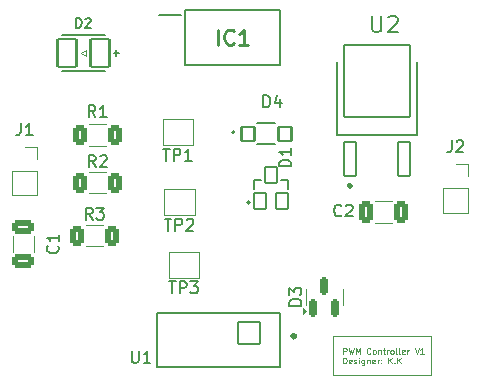
<source format=gbr>
%TF.GenerationSoftware,KiCad,Pcbnew,8.0.1*%
%TF.CreationDate,2024-11-21T22:36:30+00:00*%
%TF.ProjectId,Heating Element,48656174-696e-4672-9045-6c656d656e74,1*%
%TF.SameCoordinates,Original*%
%TF.FileFunction,Legend,Top*%
%TF.FilePolarity,Positive*%
%FSLAX46Y46*%
G04 Gerber Fmt 4.6, Leading zero omitted, Abs format (unit mm)*
G04 Created by KiCad (PCBNEW 8.0.1) date 2024-11-21 22:36:30*
%MOMM*%
%LPD*%
G01*
G04 APERTURE LIST*
G04 Aperture macros list*
%AMRoundRect*
0 Rectangle with rounded corners*
0 $1 Rounding radius*
0 $2 $3 $4 $5 $6 $7 $8 $9 X,Y pos of 4 corners*
0 Add a 4 corners polygon primitive as box body*
4,1,4,$2,$3,$4,$5,$6,$7,$8,$9,$2,$3,0*
0 Add four circle primitives for the rounded corners*
1,1,$1+$1,$2,$3*
1,1,$1+$1,$4,$5*
1,1,$1+$1,$6,$7*
1,1,$1+$1,$8,$9*
0 Add four rect primitives between the rounded corners*
20,1,$1+$1,$2,$3,$4,$5,0*
20,1,$1+$1,$4,$5,$6,$7,0*
20,1,$1+$1,$6,$7,$8,$9,0*
20,1,$1+$1,$8,$9,$2,$3,0*%
G04 Aperture macros list end*
%ADD10C,0.100000*%
%ADD11C,0.150000*%
%ADD12C,0.254000*%
%ADD13C,0.120000*%
%ADD14C,0.200000*%
%ADD15C,0.152400*%
%ADD16C,0.127000*%
%ADD17C,0.300000*%
%ADD18C,1.800000*%
%ADD19R,1.350000X1.350000*%
%ADD20O,1.350000X1.350000*%
%ADD21RoundRect,0.250000X0.650000X-0.325000X0.650000X0.325000X-0.650000X0.325000X-0.650000X-0.325000X0*%
%ADD22C,2.200000*%
%ADD23RoundRect,0.102000X-0.800000X-1.200000X0.800000X-1.200000X0.800000X1.200000X-0.800000X1.200000X0*%
%ADD24RoundRect,0.250000X-0.312500X-0.625000X0.312500X-0.625000X0.312500X0.625000X-0.312500X0.625000X0*%
%ADD25RoundRect,0.102000X0.500000X-0.700000X0.500000X0.700000X-0.500000X0.700000X-0.500000X-0.700000X0*%
%ADD26R,1.850000X0.650000*%
%ADD27RoundRect,0.102000X0.955000X0.955000X-0.955000X0.955000X-0.955000X-0.955000X0.955000X-0.955000X0*%
%ADD28C,2.114000*%
%ADD29RoundRect,0.102000X-0.485000X-1.415000X0.485000X-1.415000X0.485000X1.415000X-0.485000X1.415000X0*%
%ADD30RoundRect,0.102000X-2.815000X-3.045000X2.815000X-3.045000X2.815000X3.045000X-2.815000X3.045000X0*%
%ADD31RoundRect,0.250000X-0.325000X-0.650000X0.325000X-0.650000X0.325000X0.650000X-0.325000X0.650000X0*%
%ADD32RoundRect,0.102000X-0.555000X-0.610000X0.555000X-0.610000X0.555000X0.610000X-0.555000X0.610000X0*%
%ADD33RoundRect,0.150000X0.150000X-0.587500X0.150000X0.587500X-0.150000X0.587500X-0.150000X-0.587500X0*%
G04 APERTURE END LIST*
D10*
X125702400Y-109650000D02*
X133997600Y-109650000D01*
X133997600Y-112964800D01*
X125702400Y-112964800D01*
X125702400Y-109650000D01*
X126529636Y-111166237D02*
X126529636Y-110666237D01*
X126529636Y-110666237D02*
X126720112Y-110666237D01*
X126720112Y-110666237D02*
X126767731Y-110690047D01*
X126767731Y-110690047D02*
X126791541Y-110713856D01*
X126791541Y-110713856D02*
X126815350Y-110761475D01*
X126815350Y-110761475D02*
X126815350Y-110832904D01*
X126815350Y-110832904D02*
X126791541Y-110880523D01*
X126791541Y-110880523D02*
X126767731Y-110904332D01*
X126767731Y-110904332D02*
X126720112Y-110928142D01*
X126720112Y-110928142D02*
X126529636Y-110928142D01*
X126982017Y-110666237D02*
X127101065Y-111166237D01*
X127101065Y-111166237D02*
X127196303Y-110809094D01*
X127196303Y-110809094D02*
X127291541Y-111166237D01*
X127291541Y-111166237D02*
X127410589Y-110666237D01*
X127601065Y-111166237D02*
X127601065Y-110666237D01*
X127601065Y-110666237D02*
X127767732Y-111023380D01*
X127767732Y-111023380D02*
X127934398Y-110666237D01*
X127934398Y-110666237D02*
X127934398Y-111166237D01*
X128839160Y-111118618D02*
X128815351Y-111142428D01*
X128815351Y-111142428D02*
X128743922Y-111166237D01*
X128743922Y-111166237D02*
X128696303Y-111166237D01*
X128696303Y-111166237D02*
X128624875Y-111142428D01*
X128624875Y-111142428D02*
X128577256Y-111094808D01*
X128577256Y-111094808D02*
X128553446Y-111047189D01*
X128553446Y-111047189D02*
X128529637Y-110951951D01*
X128529637Y-110951951D02*
X128529637Y-110880523D01*
X128529637Y-110880523D02*
X128553446Y-110785285D01*
X128553446Y-110785285D02*
X128577256Y-110737666D01*
X128577256Y-110737666D02*
X128624875Y-110690047D01*
X128624875Y-110690047D02*
X128696303Y-110666237D01*
X128696303Y-110666237D02*
X128743922Y-110666237D01*
X128743922Y-110666237D02*
X128815351Y-110690047D01*
X128815351Y-110690047D02*
X128839160Y-110713856D01*
X129124875Y-111166237D02*
X129077256Y-111142428D01*
X129077256Y-111142428D02*
X129053446Y-111118618D01*
X129053446Y-111118618D02*
X129029637Y-111070999D01*
X129029637Y-111070999D02*
X129029637Y-110928142D01*
X129029637Y-110928142D02*
X129053446Y-110880523D01*
X129053446Y-110880523D02*
X129077256Y-110856713D01*
X129077256Y-110856713D02*
X129124875Y-110832904D01*
X129124875Y-110832904D02*
X129196303Y-110832904D01*
X129196303Y-110832904D02*
X129243922Y-110856713D01*
X129243922Y-110856713D02*
X129267732Y-110880523D01*
X129267732Y-110880523D02*
X129291541Y-110928142D01*
X129291541Y-110928142D02*
X129291541Y-111070999D01*
X129291541Y-111070999D02*
X129267732Y-111118618D01*
X129267732Y-111118618D02*
X129243922Y-111142428D01*
X129243922Y-111142428D02*
X129196303Y-111166237D01*
X129196303Y-111166237D02*
X129124875Y-111166237D01*
X129505827Y-110832904D02*
X129505827Y-111166237D01*
X129505827Y-110880523D02*
X129529637Y-110856713D01*
X129529637Y-110856713D02*
X129577256Y-110832904D01*
X129577256Y-110832904D02*
X129648684Y-110832904D01*
X129648684Y-110832904D02*
X129696303Y-110856713D01*
X129696303Y-110856713D02*
X129720113Y-110904332D01*
X129720113Y-110904332D02*
X129720113Y-111166237D01*
X129886780Y-110832904D02*
X130077256Y-110832904D01*
X129958208Y-110666237D02*
X129958208Y-111094808D01*
X129958208Y-111094808D02*
X129982018Y-111142428D01*
X129982018Y-111142428D02*
X130029637Y-111166237D01*
X130029637Y-111166237D02*
X130077256Y-111166237D01*
X130243922Y-111166237D02*
X130243922Y-110832904D01*
X130243922Y-110928142D02*
X130267732Y-110880523D01*
X130267732Y-110880523D02*
X130291541Y-110856713D01*
X130291541Y-110856713D02*
X130339160Y-110832904D01*
X130339160Y-110832904D02*
X130386779Y-110832904D01*
X130624875Y-111166237D02*
X130577256Y-111142428D01*
X130577256Y-111142428D02*
X130553446Y-111118618D01*
X130553446Y-111118618D02*
X130529637Y-111070999D01*
X130529637Y-111070999D02*
X130529637Y-110928142D01*
X130529637Y-110928142D02*
X130553446Y-110880523D01*
X130553446Y-110880523D02*
X130577256Y-110856713D01*
X130577256Y-110856713D02*
X130624875Y-110832904D01*
X130624875Y-110832904D02*
X130696303Y-110832904D01*
X130696303Y-110832904D02*
X130743922Y-110856713D01*
X130743922Y-110856713D02*
X130767732Y-110880523D01*
X130767732Y-110880523D02*
X130791541Y-110928142D01*
X130791541Y-110928142D02*
X130791541Y-111070999D01*
X130791541Y-111070999D02*
X130767732Y-111118618D01*
X130767732Y-111118618D02*
X130743922Y-111142428D01*
X130743922Y-111142428D02*
X130696303Y-111166237D01*
X130696303Y-111166237D02*
X130624875Y-111166237D01*
X131077256Y-111166237D02*
X131029637Y-111142428D01*
X131029637Y-111142428D02*
X131005827Y-111094808D01*
X131005827Y-111094808D02*
X131005827Y-110666237D01*
X131339161Y-111166237D02*
X131291542Y-111142428D01*
X131291542Y-111142428D02*
X131267732Y-111094808D01*
X131267732Y-111094808D02*
X131267732Y-110666237D01*
X131720113Y-111142428D02*
X131672494Y-111166237D01*
X131672494Y-111166237D02*
X131577256Y-111166237D01*
X131577256Y-111166237D02*
X131529637Y-111142428D01*
X131529637Y-111142428D02*
X131505828Y-111094808D01*
X131505828Y-111094808D02*
X131505828Y-110904332D01*
X131505828Y-110904332D02*
X131529637Y-110856713D01*
X131529637Y-110856713D02*
X131577256Y-110832904D01*
X131577256Y-110832904D02*
X131672494Y-110832904D01*
X131672494Y-110832904D02*
X131720113Y-110856713D01*
X131720113Y-110856713D02*
X131743923Y-110904332D01*
X131743923Y-110904332D02*
X131743923Y-110951951D01*
X131743923Y-110951951D02*
X131505828Y-110999570D01*
X131958208Y-111166237D02*
X131958208Y-110832904D01*
X131958208Y-110928142D02*
X131982018Y-110880523D01*
X131982018Y-110880523D02*
X132005827Y-110856713D01*
X132005827Y-110856713D02*
X132053446Y-110832904D01*
X132053446Y-110832904D02*
X132101065Y-110832904D01*
X132577256Y-110666237D02*
X132743922Y-111166237D01*
X132743922Y-111166237D02*
X132910589Y-110666237D01*
X133339160Y-111166237D02*
X133053446Y-111166237D01*
X133196303Y-111166237D02*
X133196303Y-110666237D01*
X133196303Y-110666237D02*
X133148684Y-110737666D01*
X133148684Y-110737666D02*
X133101065Y-110785285D01*
X133101065Y-110785285D02*
X133053446Y-110809094D01*
X126529636Y-111971209D02*
X126529636Y-111471209D01*
X126529636Y-111471209D02*
X126648684Y-111471209D01*
X126648684Y-111471209D02*
X126720112Y-111495019D01*
X126720112Y-111495019D02*
X126767731Y-111542638D01*
X126767731Y-111542638D02*
X126791541Y-111590257D01*
X126791541Y-111590257D02*
X126815350Y-111685495D01*
X126815350Y-111685495D02*
X126815350Y-111756923D01*
X126815350Y-111756923D02*
X126791541Y-111852161D01*
X126791541Y-111852161D02*
X126767731Y-111899780D01*
X126767731Y-111899780D02*
X126720112Y-111947400D01*
X126720112Y-111947400D02*
X126648684Y-111971209D01*
X126648684Y-111971209D02*
X126529636Y-111971209D01*
X127220112Y-111947400D02*
X127172493Y-111971209D01*
X127172493Y-111971209D02*
X127077255Y-111971209D01*
X127077255Y-111971209D02*
X127029636Y-111947400D01*
X127029636Y-111947400D02*
X127005827Y-111899780D01*
X127005827Y-111899780D02*
X127005827Y-111709304D01*
X127005827Y-111709304D02*
X127029636Y-111661685D01*
X127029636Y-111661685D02*
X127077255Y-111637876D01*
X127077255Y-111637876D02*
X127172493Y-111637876D01*
X127172493Y-111637876D02*
X127220112Y-111661685D01*
X127220112Y-111661685D02*
X127243922Y-111709304D01*
X127243922Y-111709304D02*
X127243922Y-111756923D01*
X127243922Y-111756923D02*
X127005827Y-111804542D01*
X127434398Y-111947400D02*
X127482017Y-111971209D01*
X127482017Y-111971209D02*
X127577255Y-111971209D01*
X127577255Y-111971209D02*
X127624874Y-111947400D01*
X127624874Y-111947400D02*
X127648683Y-111899780D01*
X127648683Y-111899780D02*
X127648683Y-111875971D01*
X127648683Y-111875971D02*
X127624874Y-111828352D01*
X127624874Y-111828352D02*
X127577255Y-111804542D01*
X127577255Y-111804542D02*
X127505826Y-111804542D01*
X127505826Y-111804542D02*
X127458207Y-111780733D01*
X127458207Y-111780733D02*
X127434398Y-111733114D01*
X127434398Y-111733114D02*
X127434398Y-111709304D01*
X127434398Y-111709304D02*
X127458207Y-111661685D01*
X127458207Y-111661685D02*
X127505826Y-111637876D01*
X127505826Y-111637876D02*
X127577255Y-111637876D01*
X127577255Y-111637876D02*
X127624874Y-111661685D01*
X127862969Y-111971209D02*
X127862969Y-111637876D01*
X127862969Y-111471209D02*
X127839160Y-111495019D01*
X127839160Y-111495019D02*
X127862969Y-111518828D01*
X127862969Y-111518828D02*
X127886779Y-111495019D01*
X127886779Y-111495019D02*
X127862969Y-111471209D01*
X127862969Y-111471209D02*
X127862969Y-111518828D01*
X128315350Y-111637876D02*
X128315350Y-112042638D01*
X128315350Y-112042638D02*
X128291540Y-112090257D01*
X128291540Y-112090257D02*
X128267731Y-112114066D01*
X128267731Y-112114066D02*
X128220112Y-112137876D01*
X128220112Y-112137876D02*
X128148683Y-112137876D01*
X128148683Y-112137876D02*
X128101064Y-112114066D01*
X128315350Y-111947400D02*
X128267731Y-111971209D01*
X128267731Y-111971209D02*
X128172493Y-111971209D01*
X128172493Y-111971209D02*
X128124874Y-111947400D01*
X128124874Y-111947400D02*
X128101064Y-111923590D01*
X128101064Y-111923590D02*
X128077255Y-111875971D01*
X128077255Y-111875971D02*
X128077255Y-111733114D01*
X128077255Y-111733114D02*
X128101064Y-111685495D01*
X128101064Y-111685495D02*
X128124874Y-111661685D01*
X128124874Y-111661685D02*
X128172493Y-111637876D01*
X128172493Y-111637876D02*
X128267731Y-111637876D01*
X128267731Y-111637876D02*
X128315350Y-111661685D01*
X128553445Y-111637876D02*
X128553445Y-111971209D01*
X128553445Y-111685495D02*
X128577255Y-111661685D01*
X128577255Y-111661685D02*
X128624874Y-111637876D01*
X128624874Y-111637876D02*
X128696302Y-111637876D01*
X128696302Y-111637876D02*
X128743921Y-111661685D01*
X128743921Y-111661685D02*
X128767731Y-111709304D01*
X128767731Y-111709304D02*
X128767731Y-111971209D01*
X129196302Y-111947400D02*
X129148683Y-111971209D01*
X129148683Y-111971209D02*
X129053445Y-111971209D01*
X129053445Y-111971209D02*
X129005826Y-111947400D01*
X129005826Y-111947400D02*
X128982017Y-111899780D01*
X128982017Y-111899780D02*
X128982017Y-111709304D01*
X128982017Y-111709304D02*
X129005826Y-111661685D01*
X129005826Y-111661685D02*
X129053445Y-111637876D01*
X129053445Y-111637876D02*
X129148683Y-111637876D01*
X129148683Y-111637876D02*
X129196302Y-111661685D01*
X129196302Y-111661685D02*
X129220112Y-111709304D01*
X129220112Y-111709304D02*
X129220112Y-111756923D01*
X129220112Y-111756923D02*
X128982017Y-111804542D01*
X129434397Y-111971209D02*
X129434397Y-111637876D01*
X129434397Y-111733114D02*
X129458207Y-111685495D01*
X129458207Y-111685495D02*
X129482016Y-111661685D01*
X129482016Y-111661685D02*
X129529635Y-111637876D01*
X129529635Y-111637876D02*
X129577254Y-111637876D01*
X129743921Y-111923590D02*
X129767731Y-111947400D01*
X129767731Y-111947400D02*
X129743921Y-111971209D01*
X129743921Y-111971209D02*
X129720112Y-111947400D01*
X129720112Y-111947400D02*
X129743921Y-111923590D01*
X129743921Y-111923590D02*
X129743921Y-111971209D01*
X129743921Y-111661685D02*
X129767731Y-111685495D01*
X129767731Y-111685495D02*
X129743921Y-111709304D01*
X129743921Y-111709304D02*
X129720112Y-111685495D01*
X129720112Y-111685495D02*
X129743921Y-111661685D01*
X129743921Y-111661685D02*
X129743921Y-111709304D01*
X130362968Y-111971209D02*
X130362968Y-111471209D01*
X130648682Y-111971209D02*
X130434397Y-111685495D01*
X130648682Y-111471209D02*
X130362968Y-111756923D01*
X130862968Y-111923590D02*
X130886778Y-111947400D01*
X130886778Y-111947400D02*
X130862968Y-111971209D01*
X130862968Y-111971209D02*
X130839159Y-111947400D01*
X130839159Y-111947400D02*
X130862968Y-111923590D01*
X130862968Y-111923590D02*
X130862968Y-111971209D01*
X131101063Y-111971209D02*
X131101063Y-111471209D01*
X131386777Y-111971209D02*
X131172492Y-111685495D01*
X131386777Y-111471209D02*
X131101063Y-111756923D01*
D11*
X111268095Y-93804819D02*
X111839523Y-93804819D01*
X111553809Y-94804819D02*
X111553809Y-93804819D01*
X112172857Y-94804819D02*
X112172857Y-93804819D01*
X112172857Y-93804819D02*
X112553809Y-93804819D01*
X112553809Y-93804819D02*
X112649047Y-93852438D01*
X112649047Y-93852438D02*
X112696666Y-93900057D01*
X112696666Y-93900057D02*
X112744285Y-93995295D01*
X112744285Y-93995295D02*
X112744285Y-94138152D01*
X112744285Y-94138152D02*
X112696666Y-94233390D01*
X112696666Y-94233390D02*
X112649047Y-94281009D01*
X112649047Y-94281009D02*
X112553809Y-94328628D01*
X112553809Y-94328628D02*
X112172857Y-94328628D01*
X113696666Y-94804819D02*
X113125238Y-94804819D01*
X113410952Y-94804819D02*
X113410952Y-93804819D01*
X113410952Y-93804819D02*
X113315714Y-93947676D01*
X113315714Y-93947676D02*
X113220476Y-94042914D01*
X113220476Y-94042914D02*
X113125238Y-94090533D01*
X99226666Y-91634819D02*
X99226666Y-92349104D01*
X99226666Y-92349104D02*
X99179047Y-92491961D01*
X99179047Y-92491961D02*
X99083809Y-92587200D01*
X99083809Y-92587200D02*
X98940952Y-92634819D01*
X98940952Y-92634819D02*
X98845714Y-92634819D01*
X100226666Y-92634819D02*
X99655238Y-92634819D01*
X99940952Y-92634819D02*
X99940952Y-91634819D01*
X99940952Y-91634819D02*
X99845714Y-91777676D01*
X99845714Y-91777676D02*
X99750476Y-91872914D01*
X99750476Y-91872914D02*
X99655238Y-91920533D01*
X102349580Y-102016666D02*
X102397200Y-102064285D01*
X102397200Y-102064285D02*
X102444819Y-102207142D01*
X102444819Y-102207142D02*
X102444819Y-102302380D01*
X102444819Y-102302380D02*
X102397200Y-102445237D01*
X102397200Y-102445237D02*
X102301961Y-102540475D01*
X102301961Y-102540475D02*
X102206723Y-102588094D01*
X102206723Y-102588094D02*
X102016247Y-102635713D01*
X102016247Y-102635713D02*
X101873390Y-102635713D01*
X101873390Y-102635713D02*
X101682914Y-102588094D01*
X101682914Y-102588094D02*
X101587676Y-102540475D01*
X101587676Y-102540475D02*
X101492438Y-102445237D01*
X101492438Y-102445237D02*
X101444819Y-102302380D01*
X101444819Y-102302380D02*
X101444819Y-102207142D01*
X101444819Y-102207142D02*
X101492438Y-102064285D01*
X101492438Y-102064285D02*
X101540057Y-102016666D01*
X102444819Y-101064285D02*
X102444819Y-101635713D01*
X102444819Y-101349999D02*
X101444819Y-101349999D01*
X101444819Y-101349999D02*
X101587676Y-101445237D01*
X101587676Y-101445237D02*
X101682914Y-101540475D01*
X101682914Y-101540475D02*
X101730533Y-101635713D01*
X111788095Y-105024819D02*
X112359523Y-105024819D01*
X112073809Y-106024819D02*
X112073809Y-105024819D01*
X112692857Y-106024819D02*
X112692857Y-105024819D01*
X112692857Y-105024819D02*
X113073809Y-105024819D01*
X113073809Y-105024819D02*
X113169047Y-105072438D01*
X113169047Y-105072438D02*
X113216666Y-105120057D01*
X113216666Y-105120057D02*
X113264285Y-105215295D01*
X113264285Y-105215295D02*
X113264285Y-105358152D01*
X113264285Y-105358152D02*
X113216666Y-105453390D01*
X113216666Y-105453390D02*
X113169047Y-105501009D01*
X113169047Y-105501009D02*
X113073809Y-105548628D01*
X113073809Y-105548628D02*
X112692857Y-105548628D01*
X113597619Y-105024819D02*
X114216666Y-105024819D01*
X114216666Y-105024819D02*
X113883333Y-105405771D01*
X113883333Y-105405771D02*
X114026190Y-105405771D01*
X114026190Y-105405771D02*
X114121428Y-105453390D01*
X114121428Y-105453390D02*
X114169047Y-105501009D01*
X114169047Y-105501009D02*
X114216666Y-105596247D01*
X114216666Y-105596247D02*
X114216666Y-105834342D01*
X114216666Y-105834342D02*
X114169047Y-105929580D01*
X114169047Y-105929580D02*
X114121428Y-105977200D01*
X114121428Y-105977200D02*
X114026190Y-106024819D01*
X114026190Y-106024819D02*
X113740476Y-106024819D01*
X113740476Y-106024819D02*
X113645238Y-105977200D01*
X113645238Y-105977200D02*
X113597619Y-105929580D01*
X103939524Y-83524295D02*
X103939524Y-82724295D01*
X103939524Y-82724295D02*
X104130000Y-82724295D01*
X104130000Y-82724295D02*
X104244286Y-82762390D01*
X104244286Y-82762390D02*
X104320476Y-82838580D01*
X104320476Y-82838580D02*
X104358571Y-82914771D01*
X104358571Y-82914771D02*
X104396667Y-83067152D01*
X104396667Y-83067152D02*
X104396667Y-83181438D01*
X104396667Y-83181438D02*
X104358571Y-83333819D01*
X104358571Y-83333819D02*
X104320476Y-83410009D01*
X104320476Y-83410009D02*
X104244286Y-83486200D01*
X104244286Y-83486200D02*
X104130000Y-83524295D01*
X104130000Y-83524295D02*
X103939524Y-83524295D01*
X104701428Y-82800485D02*
X104739524Y-82762390D01*
X104739524Y-82762390D02*
X104815714Y-82724295D01*
X104815714Y-82724295D02*
X105006190Y-82724295D01*
X105006190Y-82724295D02*
X105082381Y-82762390D01*
X105082381Y-82762390D02*
X105120476Y-82800485D01*
X105120476Y-82800485D02*
X105158571Y-82876676D01*
X105158571Y-82876676D02*
X105158571Y-82952866D01*
X105158571Y-82952866D02*
X105120476Y-83067152D01*
X105120476Y-83067152D02*
X104663333Y-83524295D01*
X104663333Y-83524295D02*
X105158571Y-83524295D01*
X107086190Y-85714466D02*
X107573810Y-85714466D01*
X107330000Y-85958276D02*
X107330000Y-85470657D01*
X105305833Y-99784819D02*
X104972500Y-99308628D01*
X104734405Y-99784819D02*
X104734405Y-98784819D01*
X104734405Y-98784819D02*
X105115357Y-98784819D01*
X105115357Y-98784819D02*
X105210595Y-98832438D01*
X105210595Y-98832438D02*
X105258214Y-98880057D01*
X105258214Y-98880057D02*
X105305833Y-98975295D01*
X105305833Y-98975295D02*
X105305833Y-99118152D01*
X105305833Y-99118152D02*
X105258214Y-99213390D01*
X105258214Y-99213390D02*
X105210595Y-99261009D01*
X105210595Y-99261009D02*
X105115357Y-99308628D01*
X105115357Y-99308628D02*
X104734405Y-99308628D01*
X105639167Y-98784819D02*
X106258214Y-98784819D01*
X106258214Y-98784819D02*
X105924881Y-99165771D01*
X105924881Y-99165771D02*
X106067738Y-99165771D01*
X106067738Y-99165771D02*
X106162976Y-99213390D01*
X106162976Y-99213390D02*
X106210595Y-99261009D01*
X106210595Y-99261009D02*
X106258214Y-99356247D01*
X106258214Y-99356247D02*
X106258214Y-99594342D01*
X106258214Y-99594342D02*
X106210595Y-99689580D01*
X106210595Y-99689580D02*
X106162976Y-99737200D01*
X106162976Y-99737200D02*
X106067738Y-99784819D01*
X106067738Y-99784819D02*
X105782024Y-99784819D01*
X105782024Y-99784819D02*
X105686786Y-99737200D01*
X105686786Y-99737200D02*
X105639167Y-99689580D01*
X122123184Y-95274445D02*
X121121822Y-95274445D01*
X121121822Y-95274445D02*
X121121822Y-95036025D01*
X121121822Y-95036025D02*
X121169506Y-94892974D01*
X121169506Y-94892974D02*
X121264874Y-94797606D01*
X121264874Y-94797606D02*
X121360242Y-94749922D01*
X121360242Y-94749922D02*
X121550978Y-94702238D01*
X121550978Y-94702238D02*
X121694029Y-94702238D01*
X121694029Y-94702238D02*
X121884765Y-94749922D01*
X121884765Y-94749922D02*
X121980133Y-94797606D01*
X121980133Y-94797606D02*
X122075501Y-94892974D01*
X122075501Y-94892974D02*
X122123184Y-95036025D01*
X122123184Y-95036025D02*
X122123184Y-95274445D01*
X122123184Y-93748560D02*
X122123184Y-94320767D01*
X122123184Y-94034663D02*
X121121822Y-94034663D01*
X121121822Y-94034663D02*
X121264874Y-94130031D01*
X121264874Y-94130031D02*
X121360242Y-94225399D01*
X121360242Y-94225399D02*
X121407926Y-94320767D01*
D12*
X115930237Y-84974318D02*
X115930237Y-83704318D01*
X117260714Y-84853365D02*
X117200238Y-84913842D01*
X117200238Y-84913842D02*
X117018809Y-84974318D01*
X117018809Y-84974318D02*
X116897857Y-84974318D01*
X116897857Y-84974318D02*
X116716428Y-84913842D01*
X116716428Y-84913842D02*
X116595476Y-84792889D01*
X116595476Y-84792889D02*
X116534999Y-84671937D01*
X116534999Y-84671937D02*
X116474523Y-84430032D01*
X116474523Y-84430032D02*
X116474523Y-84248603D01*
X116474523Y-84248603D02*
X116534999Y-84006699D01*
X116534999Y-84006699D02*
X116595476Y-83885746D01*
X116595476Y-83885746D02*
X116716428Y-83764794D01*
X116716428Y-83764794D02*
X116897857Y-83704318D01*
X116897857Y-83704318D02*
X117018809Y-83704318D01*
X117018809Y-83704318D02*
X117200238Y-83764794D01*
X117200238Y-83764794D02*
X117260714Y-83825270D01*
X118470238Y-84974318D02*
X117744523Y-84974318D01*
X118107380Y-84974318D02*
X118107380Y-83704318D01*
X118107380Y-83704318D02*
X117986428Y-83885746D01*
X117986428Y-83885746D02*
X117865476Y-84006699D01*
X117865476Y-84006699D02*
X117744523Y-84067175D01*
D11*
X105553333Y-91104819D02*
X105220000Y-90628628D01*
X104981905Y-91104819D02*
X104981905Y-90104819D01*
X104981905Y-90104819D02*
X105362857Y-90104819D01*
X105362857Y-90104819D02*
X105458095Y-90152438D01*
X105458095Y-90152438D02*
X105505714Y-90200057D01*
X105505714Y-90200057D02*
X105553333Y-90295295D01*
X105553333Y-90295295D02*
X105553333Y-90438152D01*
X105553333Y-90438152D02*
X105505714Y-90533390D01*
X105505714Y-90533390D02*
X105458095Y-90581009D01*
X105458095Y-90581009D02*
X105362857Y-90628628D01*
X105362857Y-90628628D02*
X104981905Y-90628628D01*
X106505714Y-91104819D02*
X105934286Y-91104819D01*
X106220000Y-91104819D02*
X106220000Y-90104819D01*
X106220000Y-90104819D02*
X106124762Y-90247676D01*
X106124762Y-90247676D02*
X106029524Y-90342914D01*
X106029524Y-90342914D02*
X105934286Y-90390533D01*
X111418095Y-99714819D02*
X111989523Y-99714819D01*
X111703809Y-100714819D02*
X111703809Y-99714819D01*
X112322857Y-100714819D02*
X112322857Y-99714819D01*
X112322857Y-99714819D02*
X112703809Y-99714819D01*
X112703809Y-99714819D02*
X112799047Y-99762438D01*
X112799047Y-99762438D02*
X112846666Y-99810057D01*
X112846666Y-99810057D02*
X112894285Y-99905295D01*
X112894285Y-99905295D02*
X112894285Y-100048152D01*
X112894285Y-100048152D02*
X112846666Y-100143390D01*
X112846666Y-100143390D02*
X112799047Y-100191009D01*
X112799047Y-100191009D02*
X112703809Y-100238628D01*
X112703809Y-100238628D02*
X112322857Y-100238628D01*
X113275238Y-99810057D02*
X113322857Y-99762438D01*
X113322857Y-99762438D02*
X113418095Y-99714819D01*
X113418095Y-99714819D02*
X113656190Y-99714819D01*
X113656190Y-99714819D02*
X113751428Y-99762438D01*
X113751428Y-99762438D02*
X113799047Y-99810057D01*
X113799047Y-99810057D02*
X113846666Y-99905295D01*
X113846666Y-99905295D02*
X113846666Y-100000533D01*
X113846666Y-100000533D02*
X113799047Y-100143390D01*
X113799047Y-100143390D02*
X113227619Y-100714819D01*
X113227619Y-100714819D02*
X113846666Y-100714819D01*
X108638095Y-110904819D02*
X108638095Y-111714342D01*
X108638095Y-111714342D02*
X108685714Y-111809580D01*
X108685714Y-111809580D02*
X108733333Y-111857200D01*
X108733333Y-111857200D02*
X108828571Y-111904819D01*
X108828571Y-111904819D02*
X109019047Y-111904819D01*
X109019047Y-111904819D02*
X109114285Y-111857200D01*
X109114285Y-111857200D02*
X109161904Y-111809580D01*
X109161904Y-111809580D02*
X109209523Y-111714342D01*
X109209523Y-111714342D02*
X109209523Y-110904819D01*
X110209523Y-111904819D02*
X109638095Y-111904819D01*
X109923809Y-111904819D02*
X109923809Y-110904819D01*
X109923809Y-110904819D02*
X109828571Y-111047676D01*
X109828571Y-111047676D02*
X109733333Y-111142914D01*
X109733333Y-111142914D02*
X109638095Y-111190533D01*
X128955933Y-82526466D02*
X128955933Y-83659800D01*
X128955933Y-83659800D02*
X129022600Y-83793133D01*
X129022600Y-83793133D02*
X129089266Y-83859800D01*
X129089266Y-83859800D02*
X129222600Y-83926466D01*
X129222600Y-83926466D02*
X129489266Y-83926466D01*
X129489266Y-83926466D02*
X129622600Y-83859800D01*
X129622600Y-83859800D02*
X129689266Y-83793133D01*
X129689266Y-83793133D02*
X129755933Y-83659800D01*
X129755933Y-83659800D02*
X129755933Y-82526466D01*
X130355933Y-82659800D02*
X130422600Y-82593133D01*
X130422600Y-82593133D02*
X130555933Y-82526466D01*
X130555933Y-82526466D02*
X130889267Y-82526466D01*
X130889267Y-82526466D02*
X131022600Y-82593133D01*
X131022600Y-82593133D02*
X131089267Y-82659800D01*
X131089267Y-82659800D02*
X131155933Y-82793133D01*
X131155933Y-82793133D02*
X131155933Y-82926466D01*
X131155933Y-82926466D02*
X131089267Y-83126466D01*
X131089267Y-83126466D02*
X130289267Y-83926466D01*
X130289267Y-83926466D02*
X131155933Y-83926466D01*
X126376133Y-99419580D02*
X126328514Y-99467200D01*
X126328514Y-99467200D02*
X126185657Y-99514819D01*
X126185657Y-99514819D02*
X126090419Y-99514819D01*
X126090419Y-99514819D02*
X125947562Y-99467200D01*
X125947562Y-99467200D02*
X125852324Y-99371961D01*
X125852324Y-99371961D02*
X125804705Y-99276723D01*
X125804705Y-99276723D02*
X125757086Y-99086247D01*
X125757086Y-99086247D02*
X125757086Y-98943390D01*
X125757086Y-98943390D02*
X125804705Y-98752914D01*
X125804705Y-98752914D02*
X125852324Y-98657676D01*
X125852324Y-98657676D02*
X125947562Y-98562438D01*
X125947562Y-98562438D02*
X126090419Y-98514819D01*
X126090419Y-98514819D02*
X126185657Y-98514819D01*
X126185657Y-98514819D02*
X126328514Y-98562438D01*
X126328514Y-98562438D02*
X126376133Y-98610057D01*
X126757086Y-98610057D02*
X126804705Y-98562438D01*
X126804705Y-98562438D02*
X126899943Y-98514819D01*
X126899943Y-98514819D02*
X127138038Y-98514819D01*
X127138038Y-98514819D02*
X127233276Y-98562438D01*
X127233276Y-98562438D02*
X127280895Y-98610057D01*
X127280895Y-98610057D02*
X127328514Y-98705295D01*
X127328514Y-98705295D02*
X127328514Y-98800533D01*
X127328514Y-98800533D02*
X127280895Y-98943390D01*
X127280895Y-98943390D02*
X126709467Y-99514819D01*
X126709467Y-99514819D02*
X127328514Y-99514819D01*
X105563333Y-95344819D02*
X105230000Y-94868628D01*
X104991905Y-95344819D02*
X104991905Y-94344819D01*
X104991905Y-94344819D02*
X105372857Y-94344819D01*
X105372857Y-94344819D02*
X105468095Y-94392438D01*
X105468095Y-94392438D02*
X105515714Y-94440057D01*
X105515714Y-94440057D02*
X105563333Y-94535295D01*
X105563333Y-94535295D02*
X105563333Y-94678152D01*
X105563333Y-94678152D02*
X105515714Y-94773390D01*
X105515714Y-94773390D02*
X105468095Y-94821009D01*
X105468095Y-94821009D02*
X105372857Y-94868628D01*
X105372857Y-94868628D02*
X104991905Y-94868628D01*
X105944286Y-94440057D02*
X105991905Y-94392438D01*
X105991905Y-94392438D02*
X106087143Y-94344819D01*
X106087143Y-94344819D02*
X106325238Y-94344819D01*
X106325238Y-94344819D02*
X106420476Y-94392438D01*
X106420476Y-94392438D02*
X106468095Y-94440057D01*
X106468095Y-94440057D02*
X106515714Y-94535295D01*
X106515714Y-94535295D02*
X106515714Y-94630533D01*
X106515714Y-94630533D02*
X106468095Y-94773390D01*
X106468095Y-94773390D02*
X105896667Y-95344819D01*
X105896667Y-95344819D02*
X106515714Y-95344819D01*
X119771305Y-90276619D02*
X119771305Y-89276619D01*
X119771305Y-89276619D02*
X120009400Y-89276619D01*
X120009400Y-89276619D02*
X120152257Y-89324238D01*
X120152257Y-89324238D02*
X120247495Y-89419476D01*
X120247495Y-89419476D02*
X120295114Y-89514714D01*
X120295114Y-89514714D02*
X120342733Y-89705190D01*
X120342733Y-89705190D02*
X120342733Y-89848047D01*
X120342733Y-89848047D02*
X120295114Y-90038523D01*
X120295114Y-90038523D02*
X120247495Y-90133761D01*
X120247495Y-90133761D02*
X120152257Y-90229000D01*
X120152257Y-90229000D02*
X120009400Y-90276619D01*
X120009400Y-90276619D02*
X119771305Y-90276619D01*
X121199876Y-89609952D02*
X121199876Y-90276619D01*
X120961781Y-89229000D02*
X120723686Y-89943285D01*
X120723686Y-89943285D02*
X121342733Y-89943285D01*
X122979819Y-107075594D02*
X121979819Y-107075594D01*
X121979819Y-107075594D02*
X121979819Y-106837499D01*
X121979819Y-106837499D02*
X122027438Y-106694642D01*
X122027438Y-106694642D02*
X122122676Y-106599404D01*
X122122676Y-106599404D02*
X122217914Y-106551785D01*
X122217914Y-106551785D02*
X122408390Y-106504166D01*
X122408390Y-106504166D02*
X122551247Y-106504166D01*
X122551247Y-106504166D02*
X122741723Y-106551785D01*
X122741723Y-106551785D02*
X122836961Y-106599404D01*
X122836961Y-106599404D02*
X122932200Y-106694642D01*
X122932200Y-106694642D02*
X122979819Y-106837499D01*
X122979819Y-106837499D02*
X122979819Y-107075594D01*
X121979819Y-106170832D02*
X121979819Y-105551785D01*
X121979819Y-105551785D02*
X122360771Y-105885118D01*
X122360771Y-105885118D02*
X122360771Y-105742261D01*
X122360771Y-105742261D02*
X122408390Y-105647023D01*
X122408390Y-105647023D02*
X122456009Y-105599404D01*
X122456009Y-105599404D02*
X122551247Y-105551785D01*
X122551247Y-105551785D02*
X122789342Y-105551785D01*
X122789342Y-105551785D02*
X122884580Y-105599404D01*
X122884580Y-105599404D02*
X122932200Y-105647023D01*
X122932200Y-105647023D02*
X122979819Y-105742261D01*
X122979819Y-105742261D02*
X122979819Y-106027975D01*
X122979819Y-106027975D02*
X122932200Y-106123213D01*
X122932200Y-106123213D02*
X122884580Y-106170832D01*
X135709066Y-93084419D02*
X135709066Y-93798704D01*
X135709066Y-93798704D02*
X135661447Y-93941561D01*
X135661447Y-93941561D02*
X135566209Y-94036800D01*
X135566209Y-94036800D02*
X135423352Y-94084419D01*
X135423352Y-94084419D02*
X135328114Y-94084419D01*
X136137638Y-93179657D02*
X136185257Y-93132038D01*
X136185257Y-93132038D02*
X136280495Y-93084419D01*
X136280495Y-93084419D02*
X136518590Y-93084419D01*
X136518590Y-93084419D02*
X136613828Y-93132038D01*
X136613828Y-93132038D02*
X136661447Y-93179657D01*
X136661447Y-93179657D02*
X136709066Y-93274895D01*
X136709066Y-93274895D02*
X136709066Y-93370133D01*
X136709066Y-93370133D02*
X136661447Y-93512990D01*
X136661447Y-93512990D02*
X136090019Y-94084419D01*
X136090019Y-94084419D02*
X136709066Y-94084419D01*
D13*
%TO.C,TP1*%
X111230000Y-91300000D02*
X111230000Y-93000000D01*
X111230000Y-93000000D02*
X111230000Y-93500000D01*
X111230000Y-93500000D02*
X113830000Y-93500000D01*
X113830000Y-91300000D02*
X111230000Y-91300000D01*
X113830000Y-93500000D02*
X113830000Y-91300000D01*
%TO.C,J1*%
X98500000Y-95680000D02*
X98500000Y-97740000D01*
X98500000Y-95680000D02*
X100620000Y-95680000D01*
X98500000Y-97740000D02*
X100620000Y-97740000D01*
X99560000Y-93620000D02*
X100620000Y-93620000D01*
X100620000Y-93620000D02*
X100620000Y-94680000D01*
X100620000Y-95680000D02*
X100620000Y-97740000D01*
%TO.C,C1*%
X98540000Y-102561252D02*
X98540000Y-101138748D01*
X100360000Y-102561252D02*
X100360000Y-101138748D01*
%TO.C,TP3*%
X111750000Y-102520000D02*
X111750000Y-104220000D01*
X111750000Y-104220000D02*
X111750000Y-104720000D01*
X111750000Y-104720000D02*
X114350000Y-104720000D01*
X114350000Y-102520000D02*
X111750000Y-102520000D01*
X114350000Y-104720000D02*
X114350000Y-102520000D01*
D14*
%TO.C,D2*%
X102680000Y-84170000D02*
X106380000Y-84170000D01*
D10*
X104330000Y-85670000D02*
X104730000Y-85420000D01*
X104730000Y-85420000D02*
X104730000Y-85970000D01*
X104730000Y-85970000D02*
X104330000Y-85670000D01*
D14*
X106380000Y-87170000D02*
X102680000Y-87170000D01*
D13*
%TO.C,R3*%
X104745436Y-100240000D02*
X106199564Y-100240000D01*
X104745436Y-102060000D02*
X106199564Y-102060000D01*
D15*
%TO.C,D1*%
X118973600Y-96418400D02*
X119532400Y-96418400D01*
X118973600Y-97231200D02*
X118973600Y-96418400D01*
X121259600Y-96418400D02*
X121818400Y-96418400D01*
X121818400Y-96418400D02*
X121818400Y-97231200D01*
D16*
X118618000Y-98348800D02*
G75*
G02*
X118364000Y-98348800I-127000J0D01*
G01*
X118364000Y-98348800D02*
G75*
G02*
X118618000Y-98348800I127000J0D01*
G01*
D14*
%TO.C,IC1*%
X110920000Y-82455000D02*
X112770000Y-82455000D01*
X113120000Y-82060000D02*
X121220000Y-82060000D01*
X113120000Y-86740000D02*
X113120000Y-82060000D01*
X121220000Y-82060000D02*
X121220000Y-86740000D01*
X121220000Y-86740000D02*
X113120000Y-86740000D01*
D13*
%TO.C,R1*%
X105002936Y-91720000D02*
X106457064Y-91720000D01*
X105002936Y-93540000D02*
X106457064Y-93540000D01*
%TO.C,TP2*%
X111380000Y-97210000D02*
X111380000Y-98910000D01*
X111380000Y-98910000D02*
X111380000Y-99410000D01*
X111380000Y-99410000D02*
X113980000Y-99410000D01*
X113980000Y-97210000D02*
X111380000Y-97210000D01*
X113980000Y-99410000D02*
X113980000Y-97210000D01*
D16*
%TO.C,U1*%
X110800000Y-107660000D02*
X121200000Y-107660000D01*
X110800000Y-112260000D02*
X110800000Y-107660000D01*
X121200000Y-107660000D02*
X121200000Y-112260000D01*
X121200000Y-112260000D02*
X110800000Y-112260000D01*
D17*
X122500000Y-109660000D02*
G75*
G02*
X122200000Y-109660000I-150000J0D01*
G01*
X122200000Y-109660000D02*
G75*
G02*
X122500000Y-109660000I150000J0D01*
G01*
D16*
%TO.C,U2*%
X126017600Y-92653600D02*
X126017600Y-86432600D01*
X132757600Y-86432600D02*
X132757600Y-92653600D01*
X132757600Y-92653600D02*
X126017600Y-92653600D01*
D17*
X127187600Y-96925600D02*
G75*
G02*
X126987600Y-96925600I-100000J0D01*
G01*
X126987600Y-96925600D02*
G75*
G02*
X127187600Y-96925600I100000J0D01*
G01*
D13*
%TO.C,C2*%
X129235148Y-98251600D02*
X130657652Y-98251600D01*
X129235148Y-100071600D02*
X130657652Y-100071600D01*
%TO.C,R2*%
X105002936Y-95750000D02*
X106457064Y-95750000D01*
X105002936Y-97570000D02*
X106457064Y-97570000D01*
D16*
%TO.C,D4*%
X119264400Y-91606800D02*
X120764400Y-91606800D01*
X119264400Y-93406800D02*
X120764400Y-93406800D01*
D14*
X117319400Y-92379800D02*
G75*
G02*
X117119400Y-92379800I-100000J0D01*
G01*
X117119400Y-92379800D02*
G75*
G02*
X117319400Y-92379800I100000J0D01*
G01*
D13*
%TO.C,D3*%
X123365000Y-106337500D02*
X123365000Y-105687500D01*
X123365000Y-106337500D02*
X123365000Y-106987500D01*
X126485000Y-106337500D02*
X126485000Y-105687500D01*
X126485000Y-106337500D02*
X126485000Y-106987500D01*
X123415000Y-107500000D02*
X123085000Y-107740000D01*
X123085000Y-107260000D01*
X123415000Y-107500000D01*
G36*
X123415000Y-107500000D02*
G01*
X123085000Y-107740000D01*
X123085000Y-107260000D01*
X123415000Y-107500000D01*
G37*
%TO.C,J2*%
X134982400Y-97129600D02*
X134982400Y-99189600D01*
X134982400Y-97129600D02*
X137102400Y-97129600D01*
X134982400Y-99189600D02*
X137102400Y-99189600D01*
X136042400Y-95069600D02*
X137102400Y-95069600D01*
X137102400Y-95069600D02*
X137102400Y-96129600D01*
X137102400Y-97129600D02*
X137102400Y-99189600D01*
%TD*%
%LPC*%
D18*
%TO.C,TP1*%
X112530000Y-92400000D03*
%TD*%
D19*
%TO.C,J1*%
X99560000Y-94680000D03*
D20*
X99560000Y-96680000D03*
%TD*%
D21*
%TO.C,C1*%
X99450000Y-103325000D03*
X99450000Y-100375000D03*
%TD*%
D18*
%TO.C,TP3*%
X113050000Y-103620000D03*
%TD*%
D22*
%TO.C,H4*%
X137158400Y-111763200D03*
%TD*%
D23*
%TO.C,D2*%
X103105000Y-85670000D03*
X105955000Y-85670000D03*
%TD*%
D24*
%TO.C,R3*%
X104010000Y-101150000D03*
X106935000Y-101150000D03*
%TD*%
D25*
%TO.C,D1*%
X119446000Y-98178800D03*
X121346000Y-98178800D03*
X120396000Y-95978800D03*
%TD*%
D26*
%TO.C,IC1*%
X111845000Y-83130000D03*
X111845000Y-84400000D03*
X111845000Y-85670000D03*
X122495000Y-85670000D03*
X122495000Y-84400000D03*
X122495000Y-83130000D03*
%TD*%
D24*
%TO.C,R1*%
X104267500Y-92630000D03*
X107192500Y-92630000D03*
%TD*%
D22*
%TO.C,H1*%
X99009200Y-80467200D03*
%TD*%
%TO.C,H2*%
X137058400Y-80467200D03*
%TD*%
D18*
%TO.C,TP2*%
X112680000Y-98310000D03*
%TD*%
D27*
%TO.C,U1*%
X118540000Y-109400000D03*
D28*
X116000000Y-109400000D03*
X113460000Y-109400000D03*
%TD*%
D29*
%TO.C,U2*%
X127097600Y-94665600D03*
D30*
X129387600Y-88015600D03*
D29*
X131677600Y-94665600D03*
%TD*%
D31*
%TO.C,C2*%
X128471400Y-99161600D03*
X131421400Y-99161600D03*
%TD*%
D24*
%TO.C,R2*%
X104267500Y-96660000D03*
X107192500Y-96660000D03*
%TD*%
D32*
%TO.C,D4*%
X118464400Y-92506800D03*
X121564400Y-92506800D03*
%TD*%
D33*
%TO.C,D3*%
X123975000Y-107275000D03*
X125875000Y-107275000D03*
X124925000Y-105400000D03*
%TD*%
D22*
%TO.C,H3*%
X99109200Y-111763200D03*
%TD*%
D19*
%TO.C,J2*%
X136042400Y-96129600D03*
D20*
X136042400Y-98129600D03*
%TD*%
%LPD*%
M02*

</source>
